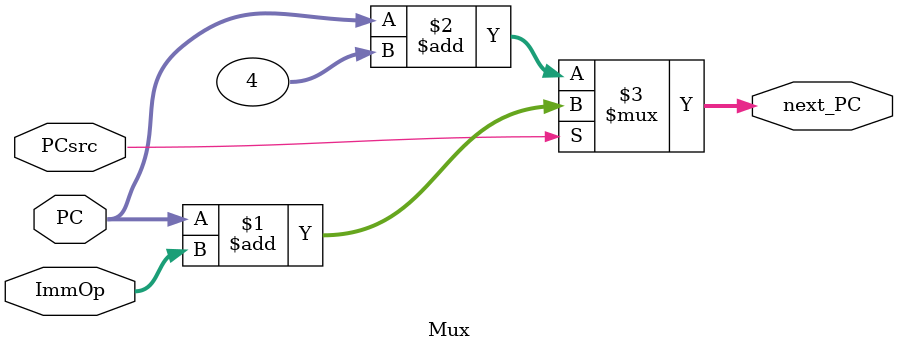
<source format=sv>
module Mux(
    // input  logic [31:0] branch_PC,
    input  logic [31:0] PC, 
    input logic  [31:0] ImmOp, 
    // input  logic [31:0] inc_PC,
    input  logic        PCsrc,
    output logic [31:0] next_PC
); 


assign next_PC = PCsrc ? PC + ImmOp : PC + 32'b0100;


endmodule



</source>
